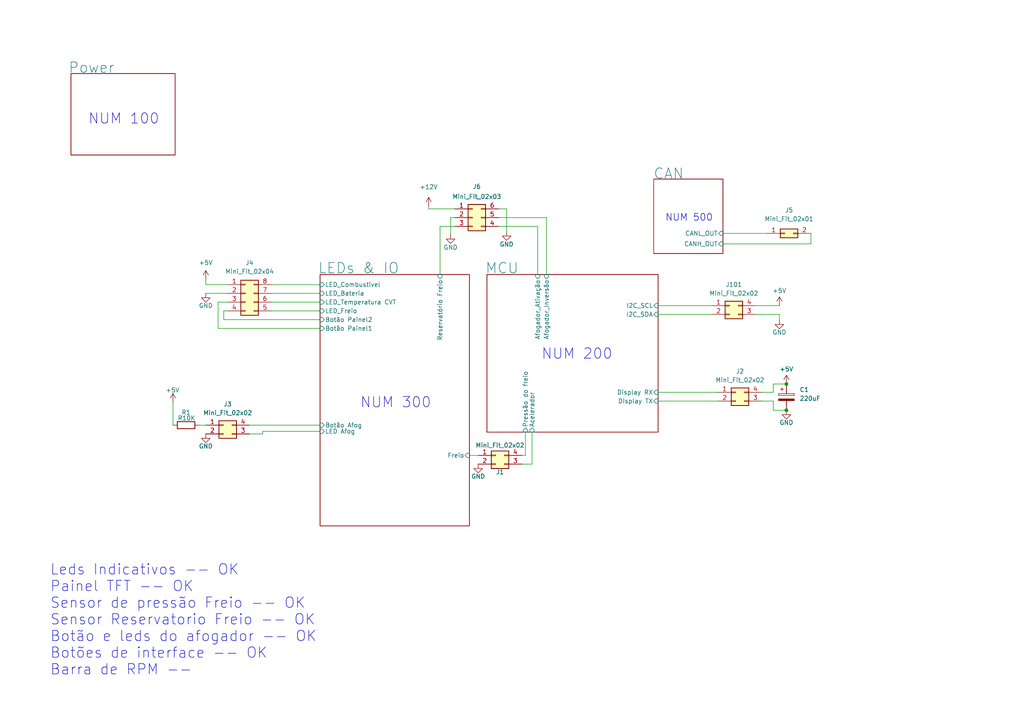
<source format=kicad_sch>
(kicad_sch (version 20230121) (generator eeschema)

  (uuid a0150dbf-44e5-4bd4-8041-fb1f3f9779fb)

  (paper "A4")

  (lib_symbols
    (symbol "+5V_1" (power) (pin_names (offset 0)) (in_bom yes) (on_board yes)
      (property "Reference" "#PWR" (at 0 -3.81 0)
        (effects (font (size 1.27 1.27)) hide)
      )
      (property "Value" "+5V_1" (at 0 3.556 0)
        (effects (font (size 1.27 1.27)))
      )
      (property "Footprint" "" (at 0 0 0)
        (effects (font (size 1.27 1.27)) hide)
      )
      (property "Datasheet" "" (at 0 0 0)
        (effects (font (size 1.27 1.27)) hide)
      )
      (property "ki_keywords" "global power" (at 0 0 0)
        (effects (font (size 1.27 1.27)) hide)
      )
      (property "ki_description" "Power symbol creates a global label with name \"+5V\"" (at 0 0 0)
        (effects (font (size 1.27 1.27)) hide)
      )
      (symbol "+5V_1_0_1"
        (polyline
          (pts
            (xy -0.762 1.27)
            (xy 0 2.54)
          )
          (stroke (width 0) (type default))
          (fill (type none))
        )
        (polyline
          (pts
            (xy 0 0)
            (xy 0 2.54)
          )
          (stroke (width 0) (type default))
          (fill (type none))
        )
        (polyline
          (pts
            (xy 0 2.54)
            (xy 0.762 1.27)
          )
          (stroke (width 0) (type default))
          (fill (type none))
        )
      )
      (symbol "+5V_1_1_1"
        (pin power_in line (at 0 0 90) (length 0) hide
          (name "+5V" (effects (font (size 1.27 1.27))))
          (number "1" (effects (font (size 1.27 1.27))))
        )
      )
    )
    (symbol "+5V_2" (power) (pin_names (offset 0)) (in_bom yes) (on_board yes)
      (property "Reference" "#PWR" (at 0 -3.81 0)
        (effects (font (size 1.27 1.27)) hide)
      )
      (property "Value" "+5V_2" (at 0 3.556 0)
        (effects (font (size 1.27 1.27)))
      )
      (property "Footprint" "" (at 0 0 0)
        (effects (font (size 1.27 1.27)) hide)
      )
      (property "Datasheet" "" (at 0 0 0)
        (effects (font (size 1.27 1.27)) hide)
      )
      (property "ki_keywords" "global power" (at 0 0 0)
        (effects (font (size 1.27 1.27)) hide)
      )
      (property "ki_description" "Power symbol creates a global label with name \"+5V\"" (at 0 0 0)
        (effects (font (size 1.27 1.27)) hide)
      )
      (symbol "+5V_2_0_1"
        (polyline
          (pts
            (xy -0.762 1.27)
            (xy 0 2.54)
          )
          (stroke (width 0) (type default))
          (fill (type none))
        )
        (polyline
          (pts
            (xy 0 0)
            (xy 0 2.54)
          )
          (stroke (width 0) (type default))
          (fill (type none))
        )
        (polyline
          (pts
            (xy 0 2.54)
            (xy 0.762 1.27)
          )
          (stroke (width 0) (type default))
          (fill (type none))
        )
      )
      (symbol "+5V_2_1_1"
        (pin power_in line (at 0 0 90) (length 0) hide
          (name "+5V" (effects (font (size 1.27 1.27))))
          (number "1" (effects (font (size 1.27 1.27))))
        )
      )
    )
    (symbol "Connector_Generic:Conn_02x01" (pin_names (offset 1.016) hide) (in_bom yes) (on_board yes)
      (property "Reference" "J" (at 1.27 2.54 0)
        (effects (font (size 1.27 1.27)))
      )
      (property "Value" "Conn_02x01" (at 1.27 -2.54 0)
        (effects (font (size 1.27 1.27)))
      )
      (property "Footprint" "" (at 0 0 0)
        (effects (font (size 1.27 1.27)) hide)
      )
      (property "Datasheet" "~" (at 0 0 0)
        (effects (font (size 1.27 1.27)) hide)
      )
      (property "ki_keywords" "connector" (at 0 0 0)
        (effects (font (size 1.27 1.27)) hide)
      )
      (property "ki_description" "Generic connector, double row, 02x01, this symbol is compatible with counter-clockwise, top-bottom and odd-even numbering schemes., script generated (kicad-library-utils/schlib/autogen/connector/)" (at 0 0 0)
        (effects (font (size 1.27 1.27)) hide)
      )
      (property "ki_fp_filters" "Connector*:*_2x??_*" (at 0 0 0)
        (effects (font (size 1.27 1.27)) hide)
      )
      (symbol "Conn_02x01_1_1"
        (rectangle (start -1.27 0.127) (end 0 -0.127)
          (stroke (width 0.1524) (type default))
          (fill (type none))
        )
        (rectangle (start -1.27 1.27) (end 3.81 -1.27)
          (stroke (width 0.254) (type default))
          (fill (type background))
        )
        (rectangle (start 3.81 0.127) (end 2.54 -0.127)
          (stroke (width 0.1524) (type default))
          (fill (type none))
        )
        (pin passive line (at -5.08 0 0) (length 3.81)
          (name "Pin_1" (effects (font (size 1.27 1.27))))
          (number "1" (effects (font (size 1.27 1.27))))
        )
        (pin passive line (at 7.62 0 180) (length 3.81)
          (name "Pin_2" (effects (font (size 1.27 1.27))))
          (number "2" (effects (font (size 1.27 1.27))))
        )
      )
    )
    (symbol "Connector_Generic:Conn_02x02_Counter_Clockwise" (pin_names (offset 1.016) hide) (in_bom yes) (on_board yes)
      (property "Reference" "J" (at 1.27 2.54 0)
        (effects (font (size 1.27 1.27)))
      )
      (property "Value" "Conn_02x02_Counter_Clockwise" (at 1.27 -5.08 0)
        (effects (font (size 1.27 1.27)))
      )
      (property "Footprint" "" (at 0 0 0)
        (effects (font (size 1.27 1.27)) hide)
      )
      (property "Datasheet" "~" (at 0 0 0)
        (effects (font (size 1.27 1.27)) hide)
      )
      (property "ki_keywords" "connector" (at 0 0 0)
        (effects (font (size 1.27 1.27)) hide)
      )
      (property "ki_description" "Generic connector, double row, 02x02, counter clockwise pin numbering scheme (similar to DIP package numbering), script generated (kicad-library-utils/schlib/autogen/connector/)" (at 0 0 0)
        (effects (font (size 1.27 1.27)) hide)
      )
      (property "ki_fp_filters" "Connector*:*_2x??_*" (at 0 0 0)
        (effects (font (size 1.27 1.27)) hide)
      )
      (symbol "Conn_02x02_Counter_Clockwise_1_1"
        (rectangle (start -1.27 -2.413) (end 0 -2.667)
          (stroke (width 0.1524) (type default))
          (fill (type none))
        )
        (rectangle (start -1.27 0.127) (end 0 -0.127)
          (stroke (width 0.1524) (type default))
          (fill (type none))
        )
        (rectangle (start -1.27 1.27) (end 3.81 -3.81)
          (stroke (width 0.254) (type default))
          (fill (type background))
        )
        (rectangle (start 3.81 -2.413) (end 2.54 -2.667)
          (stroke (width 0.1524) (type default))
          (fill (type none))
        )
        (rectangle (start 3.81 0.127) (end 2.54 -0.127)
          (stroke (width 0.1524) (type default))
          (fill (type none))
        )
        (pin passive line (at -5.08 0 0) (length 3.81)
          (name "Pin_1" (effects (font (size 1.27 1.27))))
          (number "1" (effects (font (size 1.27 1.27))))
        )
        (pin passive line (at -5.08 -2.54 0) (length 3.81)
          (name "Pin_2" (effects (font (size 1.27 1.27))))
          (number "2" (effects (font (size 1.27 1.27))))
        )
        (pin passive line (at 7.62 -2.54 180) (length 3.81)
          (name "Pin_3" (effects (font (size 1.27 1.27))))
          (number "3" (effects (font (size 1.27 1.27))))
        )
        (pin passive line (at 7.62 0 180) (length 3.81)
          (name "Pin_4" (effects (font (size 1.27 1.27))))
          (number "4" (effects (font (size 1.27 1.27))))
        )
      )
    )
    (symbol "Connector_Generic:Conn_02x03_Counter_Clockwise" (pin_names (offset 1.016) hide) (in_bom yes) (on_board yes)
      (property "Reference" "J" (at 1.27 5.08 0)
        (effects (font (size 1.27 1.27)))
      )
      (property "Value" "Conn_02x03_Counter_Clockwise" (at 1.27 -5.08 0)
        (effects (font (size 1.27 1.27)))
      )
      (property "Footprint" "" (at 0 0 0)
        (effects (font (size 1.27 1.27)) hide)
      )
      (property "Datasheet" "~" (at 0 0 0)
        (effects (font (size 1.27 1.27)) hide)
      )
      (property "ki_keywords" "connector" (at 0 0 0)
        (effects (font (size 1.27 1.27)) hide)
      )
      (property "ki_description" "Generic connector, double row, 02x03, counter clockwise pin numbering scheme (similar to DIP package numbering), script generated (kicad-library-utils/schlib/autogen/connector/)" (at 0 0 0)
        (effects (font (size 1.27 1.27)) hide)
      )
      (property "ki_fp_filters" "Connector*:*_2x??_*" (at 0 0 0)
        (effects (font (size 1.27 1.27)) hide)
      )
      (symbol "Conn_02x03_Counter_Clockwise_1_1"
        (rectangle (start -1.27 -2.413) (end 0 -2.667)
          (stroke (width 0.1524) (type default))
          (fill (type none))
        )
        (rectangle (start -1.27 0.127) (end 0 -0.127)
          (stroke (width 0.1524) (type default))
          (fill (type none))
        )
        (rectangle (start -1.27 2.667) (end 0 2.413)
          (stroke (width 0.1524) (type default))
          (fill (type none))
        )
        (rectangle (start -1.27 3.81) (end 3.81 -3.81)
          (stroke (width 0.254) (type default))
          (fill (type background))
        )
        (rectangle (start 3.81 -2.413) (end 2.54 -2.667)
          (stroke (width 0.1524) (type default))
          (fill (type none))
        )
        (rectangle (start 3.81 0.127) (end 2.54 -0.127)
          (stroke (width 0.1524) (type default))
          (fill (type none))
        )
        (rectangle (start 3.81 2.667) (end 2.54 2.413)
          (stroke (width 0.1524) (type default))
          (fill (type none))
        )
        (pin passive line (at -5.08 2.54 0) (length 3.81)
          (name "Pin_1" (effects (font (size 1.27 1.27))))
          (number "1" (effects (font (size 1.27 1.27))))
        )
        (pin passive line (at -5.08 0 0) (length 3.81)
          (name "Pin_2" (effects (font (size 1.27 1.27))))
          (number "2" (effects (font (size 1.27 1.27))))
        )
        (pin passive line (at -5.08 -2.54 0) (length 3.81)
          (name "Pin_3" (effects (font (size 1.27 1.27))))
          (number "3" (effects (font (size 1.27 1.27))))
        )
        (pin passive line (at 7.62 -2.54 180) (length 3.81)
          (name "Pin_4" (effects (font (size 1.27 1.27))))
          (number "4" (effects (font (size 1.27 1.27))))
        )
        (pin passive line (at 7.62 0 180) (length 3.81)
          (name "Pin_5" (effects (font (size 1.27 1.27))))
          (number "5" (effects (font (size 1.27 1.27))))
        )
        (pin passive line (at 7.62 2.54 180) (length 3.81)
          (name "Pin_6" (effects (font (size 1.27 1.27))))
          (number "6" (effects (font (size 1.27 1.27))))
        )
      )
    )
    (symbol "Connector_Generic:Conn_02x04_Counter_Clockwise" (pin_names (offset 1.016) hide) (in_bom yes) (on_board yes)
      (property "Reference" "J" (at 1.27 5.08 0)
        (effects (font (size 1.27 1.27)))
      )
      (property "Value" "Conn_02x04_Counter_Clockwise" (at 1.27 -7.62 0)
        (effects (font (size 1.27 1.27)))
      )
      (property "Footprint" "" (at 0 0 0)
        (effects (font (size 1.27 1.27)) hide)
      )
      (property "Datasheet" "~" (at 0 0 0)
        (effects (font (size 1.27 1.27)) hide)
      )
      (property "ki_keywords" "connector" (at 0 0 0)
        (effects (font (size 1.27 1.27)) hide)
      )
      (property "ki_description" "Generic connector, double row, 02x04, counter clockwise pin numbering scheme (similar to DIP package numbering), script generated (kicad-library-utils/schlib/autogen/connector/)" (at 0 0 0)
        (effects (font (size 1.27 1.27)) hide)
      )
      (property "ki_fp_filters" "Connector*:*_2x??_*" (at 0 0 0)
        (effects (font (size 1.27 1.27)) hide)
      )
      (symbol "Conn_02x04_Counter_Clockwise_1_1"
        (rectangle (start -1.27 -4.953) (end 0 -5.207)
          (stroke (width 0.1524) (type default))
          (fill (type none))
        )
        (rectangle (start -1.27 -2.413) (end 0 -2.667)
          (stroke (width 0.1524) (type default))
          (fill (type none))
        )
        (rectangle (start -1.27 0.127) (end 0 -0.127)
          (stroke (width 0.1524) (type default))
          (fill (type none))
        )
        (rectangle (start -1.27 2.667) (end 0 2.413)
          (stroke (width 0.1524) (type default))
          (fill (type none))
        )
        (rectangle (start -1.27 3.81) (end 3.81 -6.35)
          (stroke (width 0.254) (type default))
          (fill (type background))
        )
        (rectangle (start 3.81 -4.953) (end 2.54 -5.207)
          (stroke (width 0.1524) (type default))
          (fill (type none))
        )
        (rectangle (start 3.81 -2.413) (end 2.54 -2.667)
          (stroke (width 0.1524) (type default))
          (fill (type none))
        )
        (rectangle (start 3.81 0.127) (end 2.54 -0.127)
          (stroke (width 0.1524) (type default))
          (fill (type none))
        )
        (rectangle (start 3.81 2.667) (end 2.54 2.413)
          (stroke (width 0.1524) (type default))
          (fill (type none))
        )
        (pin passive line (at -5.08 2.54 0) (length 3.81)
          (name "Pin_1" (effects (font (size 1.27 1.27))))
          (number "1" (effects (font (size 1.27 1.27))))
        )
        (pin passive line (at -5.08 0 0) (length 3.81)
          (name "Pin_2" (effects (font (size 1.27 1.27))))
          (number "2" (effects (font (size 1.27 1.27))))
        )
        (pin passive line (at -5.08 -2.54 0) (length 3.81)
          (name "Pin_3" (effects (font (size 1.27 1.27))))
          (number "3" (effects (font (size 1.27 1.27))))
        )
        (pin passive line (at -5.08 -5.08 0) (length 3.81)
          (name "Pin_4" (effects (font (size 1.27 1.27))))
          (number "4" (effects (font (size 1.27 1.27))))
        )
        (pin passive line (at 7.62 -5.08 180) (length 3.81)
          (name "Pin_5" (effects (font (size 1.27 1.27))))
          (number "5" (effects (font (size 1.27 1.27))))
        )
        (pin passive line (at 7.62 -2.54 180) (length 3.81)
          (name "Pin_6" (effects (font (size 1.27 1.27))))
          (number "6" (effects (font (size 1.27 1.27))))
        )
        (pin passive line (at 7.62 0 180) (length 3.81)
          (name "Pin_7" (effects (font (size 1.27 1.27))))
          (number "7" (effects (font (size 1.27 1.27))))
        )
        (pin passive line (at 7.62 2.54 180) (length 3.81)
          (name "Pin_8" (effects (font (size 1.27 1.27))))
          (number "8" (effects (font (size 1.27 1.27))))
        )
      )
    )
    (symbol "Device:C_Polarized" (pin_numbers hide) (pin_names (offset 0.254)) (in_bom yes) (on_board yes)
      (property "Reference" "C" (at 0.635 2.54 0)
        (effects (font (size 1.27 1.27)) (justify left))
      )
      (property "Value" "C_Polarized" (at 0.635 -2.54 0)
        (effects (font (size 1.27 1.27)) (justify left))
      )
      (property "Footprint" "" (at 0.9652 -3.81 0)
        (effects (font (size 1.27 1.27)) hide)
      )
      (property "Datasheet" "~" (at 0 0 0)
        (effects (font (size 1.27 1.27)) hide)
      )
      (property "ki_keywords" "cap capacitor" (at 0 0 0)
        (effects (font (size 1.27 1.27)) hide)
      )
      (property "ki_description" "Polarized capacitor" (at 0 0 0)
        (effects (font (size 1.27 1.27)) hide)
      )
      (property "ki_fp_filters" "CP_*" (at 0 0 0)
        (effects (font (size 1.27 1.27)) hide)
      )
      (symbol "C_Polarized_0_1"
        (rectangle (start -2.286 0.508) (end 2.286 1.016)
          (stroke (width 0) (type default))
          (fill (type none))
        )
        (polyline
          (pts
            (xy -1.778 2.286)
            (xy -0.762 2.286)
          )
          (stroke (width 0) (type default))
          (fill (type none))
        )
        (polyline
          (pts
            (xy -1.27 2.794)
            (xy -1.27 1.778)
          )
          (stroke (width 0) (type default))
          (fill (type none))
        )
        (rectangle (start 2.286 -0.508) (end -2.286 -1.016)
          (stroke (width 0) (type default))
          (fill (type outline))
        )
      )
      (symbol "C_Polarized_1_1"
        (pin passive line (at 0 3.81 270) (length 2.794)
          (name "~" (effects (font (size 1.27 1.27))))
          (number "1" (effects (font (size 1.27 1.27))))
        )
        (pin passive line (at 0 -3.81 90) (length 2.794)
          (name "~" (effects (font (size 1.27 1.27))))
          (number "2" (effects (font (size 1.27 1.27))))
        )
      )
    )
    (symbol "Device:R" (pin_numbers hide) (pin_names (offset 0)) (in_bom yes) (on_board yes)
      (property "Reference" "R" (at 2.032 0 90)
        (effects (font (size 1.27 1.27)))
      )
      (property "Value" "R" (at 0 0 90)
        (effects (font (size 1.27 1.27)))
      )
      (property "Footprint" "" (at -1.778 0 90)
        (effects (font (size 1.27 1.27)) hide)
      )
      (property "Datasheet" "~" (at 0 0 0)
        (effects (font (size 1.27 1.27)) hide)
      )
      (property "ki_keywords" "R res resistor" (at 0 0 0)
        (effects (font (size 1.27 1.27)) hide)
      )
      (property "ki_description" "Resistor" (at 0 0 0)
        (effects (font (size 1.27 1.27)) hide)
      )
      (property "ki_fp_filters" "R_*" (at 0 0 0)
        (effects (font (size 1.27 1.27)) hide)
      )
      (symbol "R_0_1"
        (rectangle (start -1.016 -2.54) (end 1.016 2.54)
          (stroke (width 0.254) (type default))
          (fill (type none))
        )
      )
      (symbol "R_1_1"
        (pin passive line (at 0 3.81 270) (length 1.27)
          (name "~" (effects (font (size 1.27 1.27))))
          (number "1" (effects (font (size 1.27 1.27))))
        )
        (pin passive line (at 0 -3.81 90) (length 1.27)
          (name "~" (effects (font (size 1.27 1.27))))
          (number "2" (effects (font (size 1.27 1.27))))
        )
      )
    )
    (symbol "power:+12V" (power) (pin_names (offset 0)) (in_bom yes) (on_board yes)
      (property "Reference" "#PWR" (at 0 -3.81 0)
        (effects (font (size 1.27 1.27)) hide)
      )
      (property "Value" "+12V" (at 0 3.556 0)
        (effects (font (size 1.27 1.27)))
      )
      (property "Footprint" "" (at 0 0 0)
        (effects (font (size 1.27 1.27)) hide)
      )
      (property "Datasheet" "" (at 0 0 0)
        (effects (font (size 1.27 1.27)) hide)
      )
      (property "ki_keywords" "power-flag" (at 0 0 0)
        (effects (font (size 1.27 1.27)) hide)
      )
      (property "ki_description" "Power symbol creates a global label with name \"+12V\"" (at 0 0 0)
        (effects (font (size 1.27 1.27)) hide)
      )
      (symbol "+12V_0_1"
        (polyline
          (pts
            (xy -0.762 1.27)
            (xy 0 2.54)
          )
          (stroke (width 0) (type default))
          (fill (type none))
        )
        (polyline
          (pts
            (xy 0 0)
            (xy 0 2.54)
          )
          (stroke (width 0) (type default))
          (fill (type none))
        )
        (polyline
          (pts
            (xy 0 2.54)
            (xy 0.762 1.27)
          )
          (stroke (width 0) (type default))
          (fill (type none))
        )
      )
      (symbol "+12V_1_1"
        (pin power_in line (at 0 0 90) (length 0) hide
          (name "+12V" (effects (font (size 1.27 1.27))))
          (number "1" (effects (font (size 1.27 1.27))))
        )
      )
    )
    (symbol "power:+5V" (power) (pin_names (offset 0)) (in_bom yes) (on_board yes)
      (property "Reference" "#PWR" (at 0 -3.81 0)
        (effects (font (size 1.27 1.27)) hide)
      )
      (property "Value" "+5V" (at 0 3.556 0)
        (effects (font (size 1.27 1.27)))
      )
      (property "Footprint" "" (at 0 0 0)
        (effects (font (size 1.27 1.27)) hide)
      )
      (property "Datasheet" "" (at 0 0 0)
        (effects (font (size 1.27 1.27)) hide)
      )
      (property "ki_keywords" "power-flag" (at 0 0 0)
        (effects (font (size 1.27 1.27)) hide)
      )
      (property "ki_description" "Power symbol creates a global label with name \"+5V\"" (at 0 0 0)
        (effects (font (size 1.27 1.27)) hide)
      )
      (symbol "+5V_0_1"
        (polyline
          (pts
            (xy -0.762 1.27)
            (xy 0 2.54)
          )
          (stroke (width 0) (type default))
          (fill (type none))
        )
        (polyline
          (pts
            (xy 0 0)
            (xy 0 2.54)
          )
          (stroke (width 0) (type default))
          (fill (type none))
        )
        (polyline
          (pts
            (xy 0 2.54)
            (xy 0.762 1.27)
          )
          (stroke (width 0) (type default))
          (fill (type none))
        )
      )
      (symbol "+5V_1_1"
        (pin power_in line (at 0 0 90) (length 0) hide
          (name "+5V" (effects (font (size 1.27 1.27))))
          (number "1" (effects (font (size 1.27 1.27))))
        )
      )
    )
    (symbol "power:GND" (power) (pin_names (offset 0)) (in_bom yes) (on_board yes)
      (property "Reference" "#PWR" (at 0 -6.35 0)
        (effects (font (size 1.27 1.27)) hide)
      )
      (property "Value" "GND" (at 0 -3.81 0)
        (effects (font (size 1.27 1.27)))
      )
      (property "Footprint" "" (at 0 0 0)
        (effects (font (size 1.27 1.27)) hide)
      )
      (property "Datasheet" "" (at 0 0 0)
        (effects (font (size 1.27 1.27)) hide)
      )
      (property "ki_keywords" "power-flag" (at 0 0 0)
        (effects (font (size 1.27 1.27)) hide)
      )
      (property "ki_description" "Power symbol creates a global label with name \"GND\" , ground" (at 0 0 0)
        (effects (font (size 1.27 1.27)) hide)
      )
      (symbol "GND_0_1"
        (polyline
          (pts
            (xy 0 0)
            (xy 0 -1.27)
            (xy 1.27 -1.27)
            (xy 0 -2.54)
            (xy -1.27 -1.27)
            (xy 0 -1.27)
          )
          (stroke (width 0) (type default))
          (fill (type none))
        )
      )
      (symbol "GND_1_1"
        (pin power_in line (at 0 0 270) (length 0) hide
          (name "GND" (effects (font (size 1.27 1.27))))
          (number "1" (effects (font (size 1.27 1.27))))
        )
      )
    )
  )

  (junction (at 228.092 111.379) (diameter 0) (color 0 0 0 0)
    (uuid 69c5b85f-51d7-49a2-8e55-127c902a52f3)
  )
  (junction (at 228.092 118.999) (diameter 0) (color 0 0 0 0)
    (uuid 7cd4c7b1-4501-46c2-867e-4ba42062b676)
  )

  (wire (pts (xy 59.69 82.55) (xy 66.04 82.55))
    (stroke (width 0) (type default))
    (uuid 037463c4-c19c-4e8f-8c6d-a8ee1fbaf932)
  )
  (wire (pts (xy 64.897 90.17) (xy 66.04 90.17))
    (stroke (width 0) (type default))
    (uuid 03bff3b9-16f7-43f5-bcb7-865144ec91fb)
  )
  (wire (pts (xy 76.2 125.095) (xy 76.2 125.857))
    (stroke (width 0) (type default))
    (uuid 077df35e-63a2-498c-875a-b3ce47f30877)
  )
  (wire (pts (xy 127.635 79.629) (xy 127.635 65.659))
    (stroke (width 0) (type default))
    (uuid 0879385f-9886-4cef-9a81-fe4a12b2e3f3)
  )
  (wire (pts (xy 158.496 63.119) (xy 144.653 63.119))
    (stroke (width 0) (type default))
    (uuid 0ebd67f1-d418-4881-aca9-647ccedfe7b7)
  )
  (wire (pts (xy 224.282 113.792) (xy 220.98 113.792))
    (stroke (width 0) (type default))
    (uuid 102a2f63-2bb5-4412-b7ea-624f2d7b4d4e)
  )
  (wire (pts (xy 76.2 125.857) (xy 72.39 125.857))
    (stroke (width 0) (type default))
    (uuid 13c2f4f9-ea1d-4bc0-b568-3a4daf319229)
  )
  (wire (pts (xy 72.39 123.317) (xy 92.837 123.317))
    (stroke (width 0) (type default))
    (uuid 14f37721-c583-4ce8-80c0-b38a3d0a1d9d)
  )
  (wire (pts (xy 224.282 116.332) (xy 224.282 118.999))
    (stroke (width 0) (type default))
    (uuid 14fc1d50-85a1-4e21-8ff5-a02679042e4f)
  )
  (wire (pts (xy 136.144 132.08) (xy 138.684 132.08))
    (stroke (width 0) (type default))
    (uuid 1ca5e186-28ee-486d-870c-ad92cdc9d0e4)
  )
  (wire (pts (xy 155.956 79.629) (xy 155.956 65.659))
    (stroke (width 0) (type default))
    (uuid 1cfda3db-0f27-4eb5-a9bb-c4a2bd82acbf)
  )
  (wire (pts (xy 235.204 70.739) (xy 235.204 67.691))
    (stroke (width 0) (type default))
    (uuid 1fdb9480-7ece-434b-b589-5187ab460dc2)
  )
  (wire (pts (xy 224.282 118.999) (xy 228.092 118.999))
    (stroke (width 0) (type default))
    (uuid 237d7cf9-0314-4795-af9d-22a0ea1309f0)
  )
  (wire (pts (xy 92.837 125.095) (xy 76.2 125.095))
    (stroke (width 0) (type default))
    (uuid 29b39706-0d64-4077-912b-9b352efd3960)
  )
  (wire (pts (xy 124.333 60.579) (xy 124.333 59.817))
    (stroke (width 0) (type default))
    (uuid 34348f39-f1fa-4111-b554-70804b7c6e9d)
  )
  (wire (pts (xy 146.939 60.579) (xy 146.939 67.183))
    (stroke (width 0) (type default))
    (uuid 3957bd60-61f5-4cc6-b33e-eb79f7364c66)
  )
  (wire (pts (xy 144.653 60.579) (xy 146.939 60.579))
    (stroke (width 0) (type default))
    (uuid 419e6989-81b4-4a47-b510-4c256669a2cb)
  )
  (wire (pts (xy 151.384 134.62) (xy 154.305 134.62))
    (stroke (width 0) (type default))
    (uuid 447c3e93-d53f-4ebc-8110-880811a43cb5)
  )
  (wire (pts (xy 57.785 123.317) (xy 59.69 123.317))
    (stroke (width 0) (type default))
    (uuid 48f85fe1-de95-4814-929f-24bfee58e8cf)
  )
  (wire (pts (xy 224.282 111.379) (xy 224.282 113.792))
    (stroke (width 0) (type default))
    (uuid 56a71b8f-a695-4fde-9086-0185064b9a80)
  )
  (wire (pts (xy 64.897 92.71) (xy 92.837 92.71))
    (stroke (width 0) (type default))
    (uuid 61a0f3c2-dc5e-4ed0-b624-b00fd6b75f4c)
  )
  (wire (pts (xy 154.305 125.349) (xy 154.305 134.62))
    (stroke (width 0) (type default))
    (uuid 6c34828a-20de-4847-9c8c-1af0b1385ea5)
  )
  (wire (pts (xy 78.74 90.17) (xy 92.837 90.17))
    (stroke (width 0) (type default))
    (uuid 6cf68e8f-e3e1-4dd4-8133-a3e8a0898fc0)
  )
  (wire (pts (xy 78.74 85.09) (xy 92.837 85.09))
    (stroke (width 0) (type default))
    (uuid 71e44177-3b0e-4acf-9d5c-c79035439bf2)
  )
  (wire (pts (xy 50.165 116.713) (xy 50.165 123.317))
    (stroke (width 0) (type default))
    (uuid 77f71334-a72b-4e8e-9022-e5df5070e2d8)
  )
  (wire (pts (xy 209.677 67.691) (xy 222.504 67.691))
    (stroke (width 0) (type default))
    (uuid 7aef2f3f-3db7-4697-9fd9-b563cc080799)
  )
  (wire (pts (xy 151.384 132.08) (xy 152.4 132.08))
    (stroke (width 0) (type default))
    (uuid 7d5a16b5-0e44-4878-bea3-a38d4a771378)
  )
  (wire (pts (xy 63.246 95.25) (xy 92.837 95.25))
    (stroke (width 0) (type default))
    (uuid 82eb4bb7-de62-4a9f-81d2-d1fc3f9252cc)
  )
  (wire (pts (xy 130.683 63.119) (xy 130.683 68.072))
    (stroke (width 0) (type default))
    (uuid 8e03c225-6db0-42b5-a776-6850fc37a7dd)
  )
  (wire (pts (xy 190.881 88.646) (xy 206.502 88.646))
    (stroke (width 0) (type default))
    (uuid 8e128b63-52cb-4e50-8722-c9afc92813a7)
  )
  (wire (pts (xy 209.677 70.739) (xy 235.204 70.739))
    (stroke (width 0) (type default))
    (uuid 93240915-b2a6-4a2b-8268-7fd3b5d862e6)
  )
  (wire (pts (xy 190.881 116.332) (xy 208.28 116.332))
    (stroke (width 0) (type default))
    (uuid 9634eeab-e8c3-49df-84e7-96ca3fb71c5e)
  )
  (wire (pts (xy 131.953 60.579) (xy 124.333 60.579))
    (stroke (width 0) (type default))
    (uuid 972190e6-5511-447e-840a-b8f55f9f8c6e)
  )
  (wire (pts (xy 64.897 92.71) (xy 64.897 90.17))
    (stroke (width 0) (type default))
    (uuid 9acb819f-765f-4048-9e76-f165bc737155)
  )
  (wire (pts (xy 78.74 82.55) (xy 92.837 82.55))
    (stroke (width 0) (type default))
    (uuid a36ea5a2-e98c-43a7-8084-1e0157c1913b)
  )
  (wire (pts (xy 63.246 87.63) (xy 66.04 87.63))
    (stroke (width 0) (type default))
    (uuid a9696f25-bc0e-4cac-a8b6-658d0268164e)
  )
  (wire (pts (xy 78.74 87.63) (xy 92.837 87.63))
    (stroke (width 0) (type default))
    (uuid ab7fd3e7-8052-4084-aa25-9277afec1a79)
  )
  (wire (pts (xy 63.246 95.25) (xy 63.246 87.63))
    (stroke (width 0) (type default))
    (uuid b0151825-babd-4006-a81b-59b1bbdb7a11)
  )
  (wire (pts (xy 155.956 65.659) (xy 144.653 65.659))
    (stroke (width 0) (type default))
    (uuid b3fe134f-02bd-4ec5-b74d-ef6df2d692a1)
  )
  (wire (pts (xy 226.06 88.646) (xy 219.202 88.646))
    (stroke (width 0) (type default))
    (uuid beb7d7e8-1036-42c2-8723-b56cd16ed7c1)
  )
  (wire (pts (xy 190.881 113.792) (xy 208.28 113.792))
    (stroke (width 0) (type default))
    (uuid c2193930-05db-43ff-8ab2-9d59c503df73)
  )
  (wire (pts (xy 59.69 85.09) (xy 66.04 85.09))
    (stroke (width 0) (type default))
    (uuid c73c90d3-db2c-4031-adae-2fe4b0af8df5)
  )
  (wire (pts (xy 190.881 91.186) (xy 206.502 91.186))
    (stroke (width 0) (type default))
    (uuid c8e2aa0a-7e0d-4cac-ad88-f752f909ea67)
  )
  (wire (pts (xy 131.953 63.119) (xy 130.683 63.119))
    (stroke (width 0) (type default))
    (uuid ccf87b65-b158-4326-ab41-3c10aa1d8ea2)
  )
  (wire (pts (xy 152.4 125.349) (xy 152.4 132.08))
    (stroke (width 0) (type default))
    (uuid cfacba59-467a-462b-9220-116cfbfb2fc1)
  )
  (wire (pts (xy 59.69 81.026) (xy 59.69 82.55))
    (stroke (width 0) (type default))
    (uuid cff4b9f8-1724-485f-9b3b-bb22c710936d)
  )
  (wire (pts (xy 127.635 65.659) (xy 131.953 65.659))
    (stroke (width 0) (type default))
    (uuid ddc0bed2-196c-4718-b931-6928bcb4e1b0)
  )
  (wire (pts (xy 226.06 91.186) (xy 226.06 92.837))
    (stroke (width 0) (type default))
    (uuid de9a11c6-e8bf-4a5c-a9d0-f09e4cc27dfa)
  )
  (wire (pts (xy 220.98 116.332) (xy 224.282 116.332))
    (stroke (width 0) (type default))
    (uuid dfa7aa26-da0f-4b78-a65a-c48ac738c0a4)
  )
  (wire (pts (xy 228.092 111.379) (xy 224.282 111.379))
    (stroke (width 0) (type default))
    (uuid e764ea8c-c6b3-48a9-9dff-2c13724b0a56)
  )
  (wire (pts (xy 219.202 91.186) (xy 226.06 91.186))
    (stroke (width 0) (type default))
    (uuid f518b3f4-975a-4542-bd5a-0e68406a07fe)
  )
  (wire (pts (xy 158.496 79.629) (xy 158.496 63.119))
    (stroke (width 0) (type default))
    (uuid feec3fa9-e876-4343-a4ca-7f2049bf0377)
  )

  (text "NUM 500" (at 192.913 64.389 0)
    (effects (font (size 2 2)) (justify left bottom))
    (uuid 665dcbb9-5438-46ee-bcd6-7691b41c332a)
  )
  (text "NUM 200" (at 156.972 104.521 0)
    (effects (font (size 3 3)) (justify left bottom))
    (uuid 8365be60-6990-49db-94a6-aba4e8587e5b)
  )
  (text "NUM 100\n" (at 25.527 36.322 0)
    (effects (font (size 3 3)) (justify left bottom))
    (uuid 861734de-fa03-4954-9447-d5d8a1686b57)
  )
  (text "NUM 300\n" (at 104.394 118.618 0)
    (effects (font (size 3 3)) (justify left bottom))
    (uuid a91eec23-4764-4c90-a66a-f20e2e90e4a8)
  )
  (text "Leds Indicativos -- OK\nPainel TFT -- OK\nSensor de pressão Freio -- OK\nSensor Reservatorio Freio -- OK\nBotão e leds do afogador -- OK \nBotões de interface -- OK\nBarra de RPM --\n\n"
    (at 14.478 200.914 0)
    (effects (font (size 3 3)) (justify left bottom))
    (uuid da73260f-3ed0-4159-8811-a1f37bec2515)
  )

  (symbol (lib_id "Device:R") (at 53.975 123.317 90) (unit 1)
    (in_bom yes) (on_board yes) (dnp no)
    (uuid 0343ec10-4f05-4574-980a-fbdf20325cd9)
    (property "Reference" "R1" (at 53.975 119.634 90)
      (effects (font (size 1.27 1.27)))
    )
    (property "Value" "R10K" (at 54.102 121.285 90)
      (effects (font (size 1.27 1.27)))
    )
    (property "Footprint" "Resistor_SMD:R_0603_1608Metric" (at 53.975 125.095 90)
      (effects (font (size 1.27 1.27)) hide)
    )
    (property "Datasheet" "~" (at 53.975 123.317 0)
      (effects (font (size 1.27 1.27)) hide)
    )
    (pin "1" (uuid 35300cb0-21b6-4211-aad6-5de792c25b48))
    (pin "2" (uuid 25683f09-ee27-4f1c-9272-b57682c10c76))
    (instances
      (project "PCB_Dianteira"
        (path "/a0150dbf-44e5-4bd4-8041-fb1f3f9779fb"
          (reference "R1") (unit 1)
        )
      )
    )
  )

  (symbol (lib_id "Connector_Generic:Conn_02x01") (at 227.584 67.691 0) (unit 1)
    (in_bom yes) (on_board yes) (dnp no) (fields_autoplaced)
    (uuid 264ac9ab-01e1-4e29-9058-64da25832e73)
    (property "Reference" "J5" (at 228.854 60.96 0)
      (effects (font (size 1.27 1.27)))
    )
    (property "Value" "Mini_Fit_02x01" (at 228.854 63.5 0)
      (effects (font (size 1.27 1.27)))
    )
    (property "Footprint" "Connector_Molex:Molex_Mini-Fit_Jr_5566-02A_2x01_P4.20mm_Vertical" (at 227.584 67.691 0)
      (effects (font (size 1.27 1.27)) hide)
    )
    (property "Datasheet" "~" (at 227.584 67.691 0)
      (effects (font (size 1.27 1.27)) hide)
    )
    (pin "1" (uuid b3df9d42-b7f1-488e-ad94-a762ab1c8752))
    (pin "2" (uuid 487ffa73-26e0-4a64-aeb0-9378f112c2b5))
    (instances
      (project "PCB_Dianteira"
        (path "/a0150dbf-44e5-4bd4-8041-fb1f3f9779fb"
          (reference "J5") (unit 1)
        )
      )
    )
  )

  (symbol (lib_id "Device:C_Polarized") (at 228.092 115.189 0) (unit 1)
    (in_bom yes) (on_board yes) (dnp no) (fields_autoplaced)
    (uuid 29f954d1-d577-4783-92de-e7474dd6e2ef)
    (property "Reference" "C1" (at 231.902 113.0299 0)
      (effects (font (size 1.27 1.27)) (justify left))
    )
    (property "Value" "220uF" (at 231.902 115.5699 0)
      (effects (font (size 1.27 1.27)) (justify left))
    )
    (property "Footprint" "Capacitor_THT:CP_Radial_D5.0mm_P2.50mm" (at 229.0572 118.999 0)
      (effects (font (size 1.27 1.27)) hide)
    )
    (property "Datasheet" "~" (at 228.092 115.189 0)
      (effects (font (size 1.27 1.27)) hide)
    )
    (pin "1" (uuid 7aa24456-24f0-4dfb-a062-8676e2e34629))
    (pin "2" (uuid 7e2fa6f6-d17c-4ef1-a6b6-d7d4f488625c))
    (instances
      (project "PCB_Dianteira"
        (path "/a0150dbf-44e5-4bd4-8041-fb1f3f9779fb"
          (reference "C1") (unit 1)
        )
      )
    )
  )

  (symbol (lib_id "power:GND") (at 138.684 134.62 0) (unit 1)
    (in_bom yes) (on_board yes) (dnp no)
    (uuid 42ad4ad4-4518-4caf-8bf2-2809c8f5ca0b)
    (property "Reference" "#PWR0101" (at 138.684 140.97 0)
      (effects (font (size 1.27 1.27)) hide)
    )
    (property "Value" "GND" (at 138.684 138.176 0)
      (effects (font (size 1.27 1.27)))
    )
    (property "Footprint" "" (at 138.684 134.62 0)
      (effects (font (size 1.27 1.27)) hide)
    )
    (property "Datasheet" "" (at 138.684 134.62 0)
      (effects (font (size 1.27 1.27)) hide)
    )
    (pin "1" (uuid da417851-9f93-498e-904d-fc795713f006))
    (instances
      (project "PCB_Dianteira"
        (path "/a0150dbf-44e5-4bd4-8041-fb1f3f9779fb"
          (reference "#PWR0101") (unit 1)
        )
      )
    )
  )

  (symbol (lib_id "Connector_Generic:Conn_02x02_Counter_Clockwise") (at 213.36 113.792 0) (unit 1)
    (in_bom yes) (on_board yes) (dnp no)
    (uuid 5350bf5a-de6f-48fa-9e5b-c5f3a92992e6)
    (property "Reference" "J2" (at 214.63 107.696 0)
      (effects (font (size 1.27 1.27)))
    )
    (property "Value" "Mini_Fit_02x02" (at 214.63 110.236 0)
      (effects (font (size 1.27 1.27)))
    )
    (property "Footprint" "Connector_Molex:Molex_Mini-Fit_Jr_5566-04A_2x02_P4.20mm_Vertical" (at 213.36 113.792 0)
      (effects (font (size 1.27 1.27)) hide)
    )
    (property "Datasheet" "~" (at 213.36 113.792 0)
      (effects (font (size 1.27 1.27)) hide)
    )
    (pin "1" (uuid b9b3115a-eea9-4c7b-a287-64cef4eb3b75))
    (pin "2" (uuid dfead845-4d16-44ee-beb1-e4e7e22196ef))
    (pin "3" (uuid 02f2f11a-b814-4eb6-bf38-33fa4ce39150))
    (pin "4" (uuid 0e6f1647-10fa-4d4d-85df-eb29e4593fa0))
    (instances
      (project "PCB_Dianteira"
        (path "/a0150dbf-44e5-4bd4-8041-fb1f3f9779fb"
          (reference "J2") (unit 1)
        )
      )
    )
  )

  (symbol (lib_id "power:GND") (at 228.092 118.999 0) (unit 1)
    (in_bom yes) (on_board yes) (dnp no)
    (uuid 6b640cca-d5b2-4290-b575-ffd625beb51d)
    (property "Reference" "#PWR0106" (at 228.092 125.349 0)
      (effects (font (size 1.27 1.27)) hide)
    )
    (property "Value" "GND" (at 228.092 122.555 0)
      (effects (font (size 1.27 1.27)))
    )
    (property "Footprint" "" (at 228.092 118.999 0)
      (effects (font (size 1.27 1.27)) hide)
    )
    (property "Datasheet" "" (at 228.092 118.999 0)
      (effects (font (size 1.27 1.27)) hide)
    )
    (pin "1" (uuid 6bbfa864-e28c-4739-9323-4911fc6ca385))
    (instances
      (project "PCB_Dianteira"
        (path "/a0150dbf-44e5-4bd4-8041-fb1f3f9779fb"
          (reference "#PWR0106") (unit 1)
        )
      )
    )
  )

  (symbol (lib_id "power:GND") (at 226.06 92.837 0) (unit 1)
    (in_bom yes) (on_board yes) (dnp no)
    (uuid 711eccd6-62c7-4eb6-be5c-bffef49de6a5)
    (property "Reference" "#PWR0105" (at 226.06 99.187 0)
      (effects (font (size 1.27 1.27)) hide)
    )
    (property "Value" "GND" (at 226.06 96.393 0)
      (effects (font (size 1.27 1.27)))
    )
    (property "Footprint" "" (at 226.06 92.837 0)
      (effects (font (size 1.27 1.27)) hide)
    )
    (property "Datasheet" "" (at 226.06 92.837 0)
      (effects (font (size 1.27 1.27)) hide)
    )
    (pin "1" (uuid c1402ed8-4ad0-43f6-93cd-ff9fd23da2a4))
    (instances
      (project "PCB_Dianteira"
        (path "/a0150dbf-44e5-4bd4-8041-fb1f3f9779fb"
          (reference "#PWR0105") (unit 1)
        )
      )
    )
  )

  (symbol (lib_id "Connector_Generic:Conn_02x02_Counter_Clockwise") (at 64.77 123.317 0) (unit 1)
    (in_bom yes) (on_board yes) (dnp no) (fields_autoplaced)
    (uuid 7ff3dc5f-7f5f-4ba9-ab80-8a5d7f6095ae)
    (property "Reference" "J3" (at 66.04 117.221 0)
      (effects (font (size 1.27 1.27)))
    )
    (property "Value" "Mini_Fit_02x02" (at 66.04 119.761 0)
      (effects (font (size 1.27 1.27)))
    )
    (property "Footprint" "Connector_Molex:Molex_Mini-Fit_Jr_5566-04A_2x02_P4.20mm_Vertical" (at 64.77 123.317 0)
      (effects (font (size 1.27 1.27)) hide)
    )
    (property "Datasheet" "~" (at 64.77 123.317 0)
      (effects (font (size 1.27 1.27)) hide)
    )
    (pin "1" (uuid 0e11cfe9-f406-446b-8306-ea364d2bcbd7))
    (pin "2" (uuid f32dea0e-94ea-43d4-a261-189f77881f1a))
    (pin "3" (uuid daa12eff-14b5-4c22-acf1-27498d2ed75a))
    (pin "4" (uuid 9d8fd027-e32e-4aa9-8739-d754367f29a1))
    (instances
      (project "PCB_Dianteira"
        (path "/a0150dbf-44e5-4bd4-8041-fb1f3f9779fb"
          (reference "J3") (unit 1)
        )
      )
    )
  )

  (symbol (lib_id "power:GND") (at 146.939 67.183 0) (unit 1)
    (in_bom yes) (on_board yes) (dnp no)
    (uuid 91018923-de92-43ed-803e-e239443ac827)
    (property "Reference" "#PWR011" (at 146.939 73.533 0)
      (effects (font (size 1.27 1.27)) hide)
    )
    (property "Value" "GND" (at 146.939 70.866 0)
      (effects (font (size 1.27 1.27)))
    )
    (property "Footprint" "" (at 146.939 67.183 0)
      (effects (font (size 1.27 1.27)) hide)
    )
    (property "Datasheet" "" (at 146.939 67.183 0)
      (effects (font (size 1.27 1.27)) hide)
    )
    (pin "1" (uuid 30c54ca3-ffa1-4a57-9979-680f6f35f47d))
    (instances
      (project "PCB_Dianteira"
        (path "/a0150dbf-44e5-4bd4-8041-fb1f3f9779fb"
          (reference "#PWR011") (unit 1)
        )
      )
    )
  )

  (symbol (lib_id "Connector_Generic:Conn_02x02_Counter_Clockwise") (at 211.582 88.646 0) (unit 1)
    (in_bom yes) (on_board yes) (dnp no) (fields_autoplaced)
    (uuid 99edbe4b-90fa-41bd-a111-3d627fd4013e)
    (property "Reference" "J101" (at 212.852 82.55 0)
      (effects (font (size 1.27 1.27)))
    )
    (property "Value" "Mini_Fit_02x02" (at 212.852 85.09 0)
      (effects (font (size 1.27 1.27)))
    )
    (property "Footprint" "Connector_Molex:Molex_Mini-Fit_Jr_5566-04A_2x02_P4.20mm_Vertical" (at 211.582 88.646 0)
      (effects (font (size 1.27 1.27)) hide)
    )
    (property "Datasheet" "~" (at 211.582 88.646 0)
      (effects (font (size 1.27 1.27)) hide)
    )
    (pin "1" (uuid 4a0a9742-ac28-4a7a-8a8b-5c092d090793))
    (pin "2" (uuid 710bc15e-954c-4936-930c-bd6972a07ca4))
    (pin "3" (uuid ab9691e3-1f5e-4f26-aaad-c1aa590f7a1e))
    (pin "4" (uuid fdabd351-605d-4a0c-8ed7-d4e7da790a1e))
    (instances
      (project "PCB_Dianteira"
        (path "/a0150dbf-44e5-4bd4-8041-fb1f3f9779fb"
          (reference "J101") (unit 1)
        )
      )
    )
  )

  (symbol (lib_name "+5V_1") (lib_id "power:+5V") (at 226.06 88.646 0) (unit 1)
    (in_bom yes) (on_board yes) (dnp no) (fields_autoplaced)
    (uuid a6fd5d2b-a717-4897-a857-3ca7efe5f483)
    (property "Reference" "#PWR0100" (at 226.06 92.456 0)
      (effects (font (size 1.27 1.27)) hide)
    )
    (property "Value" "+5V" (at 226.06 84.328 0)
      (effects (font (size 1.27 1.27)))
    )
    (property "Footprint" "" (at 226.06 88.646 0)
      (effects (font (size 1.27 1.27)) hide)
    )
    (property "Datasheet" "" (at 226.06 88.646 0)
      (effects (font (size 1.27 1.27)) hide)
    )
    (pin "1" (uuid 621bb949-de2c-42f8-81bc-e294e99b87d7))
    (instances
      (project "PCB_Dianteira"
        (path "/a0150dbf-44e5-4bd4-8041-fb1f3f9779fb"
          (reference "#PWR0100") (unit 1)
        )
      )
    )
  )

  (symbol (lib_id "power:GND") (at 59.69 125.857 0) (unit 1)
    (in_bom yes) (on_board yes) (dnp no)
    (uuid bf5763bb-441d-4286-bd09-d6b0fe23bdf8)
    (property "Reference" "#PWR06" (at 59.69 132.207 0)
      (effects (font (size 1.27 1.27)) hide)
    )
    (property "Value" "GND" (at 59.69 129.413 0)
      (effects (font (size 1.27 1.27)))
    )
    (property "Footprint" "" (at 59.69 125.857 0)
      (effects (font (size 1.27 1.27)) hide)
    )
    (property "Datasheet" "" (at 59.69 125.857 0)
      (effects (font (size 1.27 1.27)) hide)
    )
    (pin "1" (uuid 6787db0d-5b9f-4514-a849-078519e1d384))
    (instances
      (project "PCB_Dianteira"
        (path "/a0150dbf-44e5-4bd4-8041-fb1f3f9779fb"
          (reference "#PWR06") (unit 1)
        )
      )
    )
  )

  (symbol (lib_id "power:GND") (at 59.69 85.09 0) (unit 1)
    (in_bom yes) (on_board yes) (dnp no)
    (uuid da4bdaf3-31ca-4edb-aa17-d040284120e1)
    (property "Reference" "#PWR03" (at 59.69 91.44 0)
      (effects (font (size 1.27 1.27)) hide)
    )
    (property "Value" "GND" (at 59.69 88.646 0)
      (effects (font (size 1.27 1.27)))
    )
    (property "Footprint" "" (at 59.69 85.09 0)
      (effects (font (size 1.27 1.27)) hide)
    )
    (property "Datasheet" "" (at 59.69 85.09 0)
      (effects (font (size 1.27 1.27)) hide)
    )
    (pin "1" (uuid e64f3381-1931-4f3d-9ece-e080cf194c7a))
    (instances
      (project "PCB_Dianteira"
        (path "/a0150dbf-44e5-4bd4-8041-fb1f3f9779fb"
          (reference "#PWR03") (unit 1)
        )
      )
    )
  )

  (symbol (lib_id "Connector_Generic:Conn_02x04_Counter_Clockwise") (at 71.12 85.09 0) (unit 1)
    (in_bom yes) (on_board yes) (dnp no) (fields_autoplaced)
    (uuid dae061be-3496-4443-aa53-4523dd9bdb4f)
    (property "Reference" "J4" (at 72.39 76.2 0)
      (effects (font (size 1.27 1.27)))
    )
    (property "Value" "Mini_Fit_02x04" (at 72.39 78.74 0)
      (effects (font (size 1.27 1.27)))
    )
    (property "Footprint" "Connector_Molex:Molex_Mini-Fit_Jr_5566-08A_2x04_P4.20mm_Vertical" (at 71.12 85.09 0)
      (effects (font (size 1.27 1.27)) hide)
    )
    (property "Datasheet" "~" (at 71.12 85.09 0)
      (effects (font (size 1.27 1.27)) hide)
    )
    (pin "1" (uuid 6f76219f-3401-4fb1-aefc-d5795ca93661))
    (pin "2" (uuid b7ce3afa-e18d-45e7-a20d-2b35fb5eac07))
    (pin "3" (uuid 674a9dd4-809d-4d79-a2f5-4dd5188281ef))
    (pin "4" (uuid f0a1207a-4f33-4517-b62f-c037df4d94e2))
    (pin "5" (uuid 4891a773-24eb-4eed-84bf-24d14e418798))
    (pin "6" (uuid 52ec4fb1-ef90-467b-8600-f3ce26adf587))
    (pin "7" (uuid e8176401-43e1-417b-97ea-42dd3cbfaf67))
    (pin "8" (uuid 94ef769d-c90d-4f1f-b03f-6f38c257ac24))
    (instances
      (project "PCB_Dianteira"
        (path "/a0150dbf-44e5-4bd4-8041-fb1f3f9779fb"
          (reference "J4") (unit 1)
        )
      )
    )
  )

  (symbol (lib_id "power:+5V") (at 50.165 116.713 0) (unit 1)
    (in_bom yes) (on_board yes) (dnp no)
    (uuid dd951635-36d2-4ebd-8864-b774a0d5acb7)
    (property "Reference" "#PWR01" (at 50.165 120.523 0)
      (effects (font (size 1.27 1.27)) hide)
    )
    (property "Value" "+5V" (at 50.038 113.157 0)
      (effects (font (size 1.27 1.27)))
    )
    (property "Footprint" "" (at 50.165 116.713 0)
      (effects (font (size 1.27 1.27)) hide)
    )
    (property "Datasheet" "" (at 50.165 116.713 0)
      (effects (font (size 1.27 1.27)) hide)
    )
    (pin "1" (uuid 661f4ec8-a3ec-4ad8-89c3-f304c4f79ab5))
    (instances
      (project "PCB_Dianteira"
        (path "/a0150dbf-44e5-4bd4-8041-fb1f3f9779fb"
          (reference "#PWR01") (unit 1)
        )
      )
    )
  )

  (symbol (lib_name "+5V_1") (lib_id "power:+5V") (at 228.092 111.379 0) (unit 1)
    (in_bom yes) (on_board yes) (dnp no)
    (uuid e182ffb8-e5df-421c-854c-2804489d155c)
    (property "Reference" "#PWR0109" (at 228.092 115.189 0)
      (effects (font (size 1.27 1.27)) hide)
    )
    (property "Value" "+5V" (at 228.092 107.061 0)
      (effects (font (size 1.27 1.27)))
    )
    (property "Footprint" "" (at 228.092 111.379 0)
      (effects (font (size 1.27 1.27)) hide)
    )
    (property "Datasheet" "" (at 228.092 111.379 0)
      (effects (font (size 1.27 1.27)) hide)
    )
    (pin "1" (uuid 35056b18-83bc-4844-91a4-fcf26fd02587))
    (instances
      (project "PCB_Dianteira"
        (path "/a0150dbf-44e5-4bd4-8041-fb1f3f9779fb"
          (reference "#PWR0109") (unit 1)
        )
      )
    )
  )

  (symbol (lib_id "power:GND") (at 130.683 68.072 0) (unit 1)
    (in_bom yes) (on_board yes) (dnp no)
    (uuid eb7e3226-579d-479f-8d5e-4eda81d7256e)
    (property "Reference" "#PWR0104" (at 130.683 74.422 0)
      (effects (font (size 1.27 1.27)) hide)
    )
    (property "Value" "GND" (at 130.683 71.755 0)
      (effects (font (size 1.27 1.27)))
    )
    (property "Footprint" "" (at 130.683 68.072 0)
      (effects (font (size 1.27 1.27)) hide)
    )
    (property "Datasheet" "" (at 130.683 68.072 0)
      (effects (font (size 1.27 1.27)) hide)
    )
    (pin "1" (uuid e6621d72-c63c-408e-8d80-3ea96fab4335))
    (instances
      (project "PCB_Dianteira"
        (path "/a0150dbf-44e5-4bd4-8041-fb1f3f9779fb"
          (reference "#PWR0104") (unit 1)
        )
      )
    )
  )

  (symbol (lib_id "Connector_Generic:Conn_02x02_Counter_Clockwise") (at 143.764 132.08 0) (unit 1)
    (in_bom yes) (on_board yes) (dnp no)
    (uuid ecd43a45-2b1c-4aff-9243-a98417472ba7)
    (property "Reference" "J1" (at 145.034 136.906 0)
      (effects (font (size 1.27 1.27)))
    )
    (property "Value" "Mini_Fit_02x02" (at 145.034 129.159 0)
      (effects (font (size 1.27 1.27)))
    )
    (property "Footprint" "Connector_Molex:Molex_Mini-Fit_Jr_5566-04A_2x02_P4.20mm_Vertical" (at 143.764 132.08 0)
      (effects (font (size 1.27 1.27)) hide)
    )
    (property "Datasheet" "~" (at 143.764 132.08 0)
      (effects (font (size 1.27 1.27)) hide)
    )
    (pin "1" (uuid 14feeeb7-6065-4601-ad3e-1171daa80de1))
    (pin "2" (uuid 876d56c0-6f49-40b6-b40e-dfe8ced63812))
    (pin "3" (uuid ac1e54d4-d190-4328-85bd-0002513a39f4))
    (pin "4" (uuid d3225274-3a69-41dd-8fe6-d1d9f1102b9a))
    (instances
      (project "PCB_Dianteira"
        (path "/a0150dbf-44e5-4bd4-8041-fb1f3f9779fb"
          (reference "J1") (unit 1)
        )
      )
    )
  )

  (symbol (lib_id "Connector_Generic:Conn_02x03_Counter_Clockwise") (at 137.033 63.119 0) (unit 1)
    (in_bom yes) (on_board yes) (dnp no)
    (uuid ed57a77a-17b9-4d53-852d-f8a0a0603f73)
    (property "Reference" "J6" (at 138.303 54.102 0)
      (effects (font (size 1.27 1.27)))
    )
    (property "Value" "Mini_Fit_02x03" (at 138.303 57.023 0)
      (effects (font (size 1.27 1.27)))
    )
    (property "Footprint" "Connector_Molex:Molex_Mini-Fit_Jr_5566-06A_2x03_P4.20mm_Vertical" (at 137.033 63.119 0)
      (effects (font (size 1.27 1.27)) hide)
    )
    (property "Datasheet" "~" (at 137.033 63.119 0)
      (effects (font (size 1.27 1.27)) hide)
    )
    (pin "1" (uuid cc507ace-78d5-42dc-bc00-bfac9995c705))
    (pin "2" (uuid 2ce5e55a-870b-44d5-b84b-17dd63ba7354))
    (pin "3" (uuid 0d80d6be-15b7-46f3-9724-d134ccad4851))
    (pin "4" (uuid 01816892-a09f-4a92-8332-8890c062a3c7))
    (pin "5" (uuid b0ab0c80-6238-410f-b826-24f5e2f9a3cc))
    (pin "6" (uuid 53fdb034-6551-4bfd-ae9c-00eaea316d28))
    (instances
      (project "PCB_Dianteira"
        (path "/a0150dbf-44e5-4bd4-8041-fb1f3f9779fb"
          (reference "J6") (unit 1)
        )
      )
    )
  )

  (symbol (lib_id "power:+12V") (at 124.333 59.817 0) (unit 1)
    (in_bom yes) (on_board yes) (dnp no) (fields_autoplaced)
    (uuid f28ca93e-0383-4693-abef-75f4b7a1653f)
    (property "Reference" "#PWR010" (at 124.333 63.627 0)
      (effects (font (size 1.27 1.27)) hide)
    )
    (property "Value" "+12V" (at 124.333 54.229 0)
      (effects (font (size 1.27 1.27)))
    )
    (property "Footprint" "" (at 124.333 59.817 0)
      (effects (font (size 1.27 1.27)) hide)
    )
    (property "Datasheet" "" (at 124.333 59.817 0)
      (effects (font (size 1.27 1.27)) hide)
    )
    (pin "1" (uuid 2d98b12f-9eef-4a6f-bc8d-416f55f00801))
    (instances
      (project "PCB_Dianteira"
        (path "/a0150dbf-44e5-4bd4-8041-fb1f3f9779fb"
          (reference "#PWR010") (unit 1)
        )
      )
    )
  )

  (symbol (lib_name "+5V_2") (lib_id "power:+5V") (at 59.69 81.026 0) (unit 1)
    (in_bom yes) (on_board yes) (dnp no) (fields_autoplaced)
    (uuid fe78c0c7-1614-42d3-a58d-2c1d520c8bd5)
    (property "Reference" "#PWR0110" (at 59.69 84.836 0)
      (effects (font (size 1.27 1.27)) hide)
    )
    (property "Value" "+5V" (at 59.69 76.2 0)
      (effects (font (size 1.27 1.27)))
    )
    (property "Footprint" "" (at 59.69 81.026 0)
      (effects (font (size 1.27 1.27)) hide)
    )
    (property "Datasheet" "" (at 59.69 81.026 0)
      (effects (font (size 1.27 1.27)) hide)
    )
    (pin "1" (uuid 9331a84b-cdfb-4aa6-97d4-7c99e5c42d2b))
    (instances
      (project "PCB_Dianteira"
        (path "/a0150dbf-44e5-4bd4-8041-fb1f3f9779fb"
          (reference "#PWR0110") (unit 1)
        )
      )
    )
  )

  (sheet (at 20.574 21.336) (size 30.226 23.622)
    (stroke (width 0.1524) (type solid))
    (fill (color 0 0 0 0.0000))
    (uuid b7319559-3fb4-41f1-bf08-f61e1dcdd0c3)
    (property "Sheetname" "Power" (at 19.812 21.336 0)
      (effects (font (size 3 3)) (justify left bottom))
    )
    (property "Sheetfile" "Power.kicad_sch" (at 20.574 45.5426 0)
      (effects (font (size 1.27 1.27)) (justify left top) hide)
    )
    (instances
      (project "PCB_Dianteira"
        (path "/a0150dbf-44e5-4bd4-8041-fb1f3f9779fb" (page "2"))
      )
    )
  )

  (sheet (at 189.611 51.943) (size 20.066 21.59)
    (stroke (width 0.1524) (type solid))
    (fill (color 0 0 0 0.0000))
    (uuid b89e5a56-82aa-4bc9-bbd4-e8ac1b17868f)
    (property "Sheetname" "CAN" (at 189.484 52.07 0)
      (effects (font (size 3 3)) (justify left bottom))
    )
    (property "Sheetfile" "Misc.kicad_sch" (at 189.611 74.1176 0)
      (effects (font (size 1.27 1.27)) (justify left top) hide)
    )
    (pin "CANH_OUT" input (at 209.677 70.739 0)
      (effects (font (size 1.27 1.27)) (justify right))
      (uuid dcd81836-cba4-460c-a7ea-f1c40d317ca1)
    )
    (pin "CANL_OUT" input (at 209.677 67.691 0)
      (effects (font (size 1.27 1.27)) (justify right))
      (uuid 5b116de0-3a68-4ed9-96f2-7a0faec97dca)
    )
    (instances
      (project "PCB_Dianteira"
        (path "/a0150dbf-44e5-4bd4-8041-fb1f3f9779fb" (page "4"))
      )
    )
  )

  (sheet (at 141.224 79.629) (size 49.657 45.72)
    (stroke (width 0.1524) (type solid))
    (fill (color 0 0 0 0.0000))
    (uuid c2aca313-a7b2-47a1-b763-ad51af6987b5)
    (property "Sheetname" "MCU" (at 140.716 79.502 0)
      (effects (font (size 3 3)) (justify left bottom))
    )
    (property "Sheetfile" "MCU.kicad_sch" (at 150.749 77.597 0)
      (effects (font (size 1.27 1.27)) (justify left top) hide)
    )
    (pin "Display TX" input (at 190.881 116.332 0)
      (effects (font (size 1.27 1.27)) (justify right))
      (uuid afbbb6c1-9361-4663-a49d-19187d39c501)
    )
    (pin "Display RX" input (at 190.881 113.792 0)
      (effects (font (size 1.27 1.27)) (justify right))
      (uuid 1e89bfb7-d446-4455-9d2e-ba81d4401712)
    )
    (pin "Afogador_Ativação" input (at 155.956 79.629 90)
      (effects (font (size 1.27 1.27)) (justify right))
      (uuid bcefe5a7-15ea-43de-95ca-8205947df673)
    )
    (pin "Afogador_Inversão" input (at 158.496 79.629 90)
      (effects (font (size 1.27 1.27)) (justify right))
      (uuid 93d1c82c-cf33-413b-8723-04f8e73fdc05)
    )
    (pin "Pressão do freio" input (at 152.4 125.349 270)
      (effects (font (size 1.27 1.27)) (justify left))
      (uuid 844cbebc-0670-42f6-9c0d-f9e1af70f847)
    )
    (pin "Acelerador" input (at 154.305 125.349 270)
      (effects (font (size 1.27 1.27)) (justify left))
      (uuid 42d61600-3a27-4557-82b2-3305da655189)
    )
    (pin "I2C_SDA" input (at 190.881 91.186 0)
      (effects (font (size 1.27 1.27)) (justify right))
      (uuid a1d680f4-fc2f-4d53-a115-e9b1e6e6bb66)
    )
    (pin "I2C_SCL" input (at 190.881 88.646 0)
      (effects (font (size 1.27 1.27)) (justify right))
      (uuid e7c482a2-c168-4ce0-b809-fdaef1ae68b5)
    )
    (instances
      (project "PCB_Dianteira"
        (path "/a0150dbf-44e5-4bd4-8041-fb1f3f9779fb" (page "3"))
      )
    )
  )

  (sheet (at 92.837 79.629) (size 43.307 72.898)
    (stroke (width 0.1524) (type solid))
    (fill (color 0 0 0 0.0000))
    (uuid e42efe98-78ee-4486-a715-6219c5b3ae53)
    (property "Sheetname" "LEDs & IO" (at 92.202 79.502 0)
      (effects (font (size 3 3)) (justify left bottom))
    )
    (property "Sheetfile" "LEDs.kicad_sch" (at 92.456 152.654 0)
      (effects (font (size 1.27 1.27)) (justify left top) hide)
    )
    (pin "Botão Afog" input (at 92.837 123.317 180)
      (effects (font (size 1.27 1.27)) (justify left))
      (uuid b50fa88f-d916-4f61-bf65-c7890a517528)
    )
    (pin "LED Afog" input (at 92.837 125.095 180)
      (effects (font (size 1.27 1.27)) (justify left))
      (uuid 8e8cf264-fd28-474a-bc9b-8b983fe12c5f)
    )
    (pin "Botão Painel2" input (at 92.837 92.71 180)
      (effects (font (size 1.27 1.27)) (justify left))
      (uuid ab21e7e0-8236-4efb-bd94-1d8343e13b8d)
    )
    (pin "Botão Painel1" input (at 92.837 95.25 180)
      (effects (font (size 1.27 1.27)) (justify left))
      (uuid f06c7a56-3ba5-4f09-9529-1606181c3bbb)
    )
    (pin "Reservatório Freio" input (at 127.635 79.629 90)
      (effects (font (size 1.27 1.27)) (justify right))
      (uuid e5b9bb4b-6282-4b58-998d-9a4578803787)
    )
    (pin "LED_Freio" input (at 92.837 90.17 180)
      (effects (font (size 1.27 1.27)) (justify left))
      (uuid dc9638a1-c49d-4311-a6fb-8b9b4018c0a2)
    )
    (pin "LED_Temperatura CVT" input (at 92.837 87.63 180)
      (effects (font (size 1.27 1.27)) (justify left))
      (uuid 8d72ce1f-4333-479a-84ce-4d43286eddf2)
    )
    (pin "LED_Bateria" input (at 92.837 85.09 180)
      (effects (font (size 1.27 1.27)) (justify left))
      (uuid 0266f933-763f-4fc8-9a3a-b1bb43edf0b8)
    )
    (pin "LED_Combustivel" input (at 92.837 82.55 180)
      (effects (font (size 1.27 1.27)) (justify left))
      (uuid c3b4fa4a-c8d5-4007-84be-0af646d04836)
    )
    (pin "Freio" input (at 136.144 132.08 0)
      (effects (font (size 1.27 1.27)) (justify right))
      (uuid c246ee67-a6b7-4ce9-b1cc-cb2c06f428f3)
    )
    (instances
      (project "PCB_Dianteira"
        (path "/a0150dbf-44e5-4bd4-8041-fb1f3f9779fb" (page "5"))
      )
    )
  )

  (sheet_instances
    (path "/" (page "1"))
  )
)

</source>
